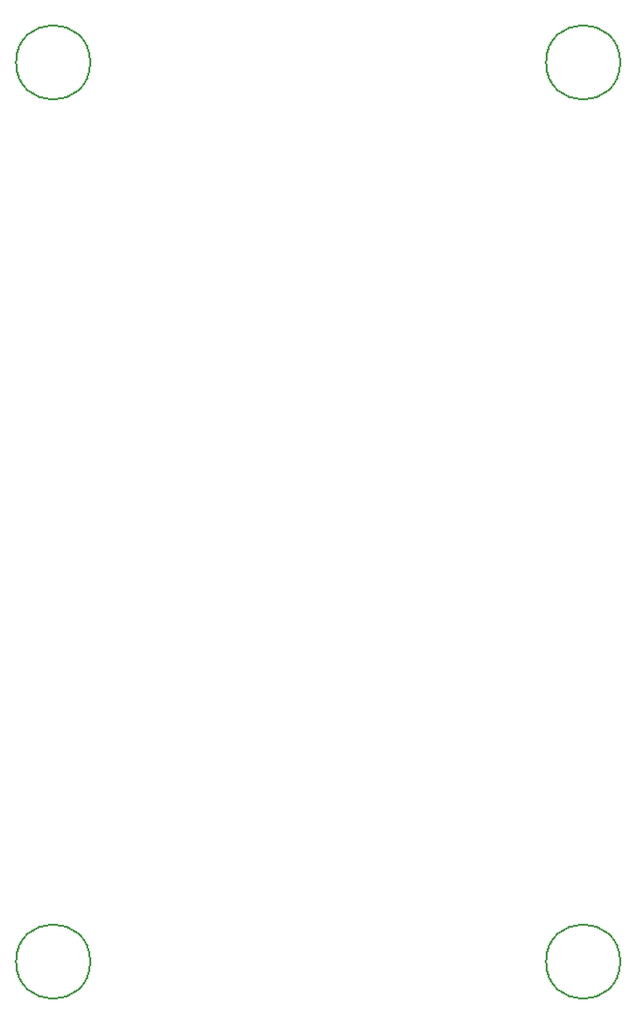
<source format=gbr>
%TF.GenerationSoftware,KiCad,Pcbnew,7.0.10*%
%TF.CreationDate,2024-02-11T20:06:44-06:00*%
%TF.ProjectId,HUB75-FPGA-Card,48554237-352d-4465-9047-412d43617264,rev?*%
%TF.SameCoordinates,Original*%
%TF.FileFunction,Other,Comment*%
%FSLAX46Y46*%
G04 Gerber Fmt 4.6, Leading zero omitted, Abs format (unit mm)*
G04 Created by KiCad (PCBNEW 7.0.10) date 2024-02-11 20:06:44*
%MOMM*%
%LPD*%
G01*
G04 APERTURE LIST*
%ADD10C,0.150000*%
G04 APERTURE END LIST*
D10*
%TO.C,H2*%
X140360000Y-51435000D02*
G75*
G03*
X133960000Y-51435000I-3200000J0D01*
G01*
X133960000Y-51435000D02*
G75*
G03*
X140360000Y-51435000I3200000J0D01*
G01*
%TO.C,H3*%
X94640000Y-128905000D02*
G75*
G03*
X88240000Y-128905000I-3200000J0D01*
G01*
X88240000Y-128905000D02*
G75*
G03*
X94640000Y-128905000I3200000J0D01*
G01*
%TO.C,H1*%
X94640000Y-51435000D02*
G75*
G03*
X88240000Y-51435000I-3200000J0D01*
G01*
X88240000Y-51435000D02*
G75*
G03*
X94640000Y-51435000I3200000J0D01*
G01*
%TO.C,H4*%
X140360000Y-128905000D02*
G75*
G03*
X133960000Y-128905000I-3200000J0D01*
G01*
X133960000Y-128905000D02*
G75*
G03*
X140360000Y-128905000I3200000J0D01*
G01*
%TD*%
M02*

</source>
